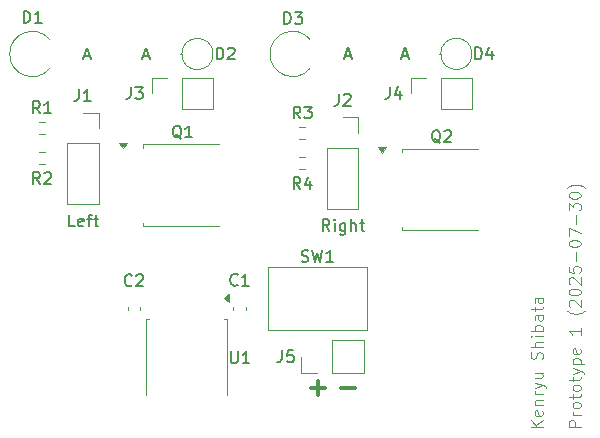
<source format=gbr>
%TF.GenerationSoftware,KiCad,Pcbnew,9.0.2*%
%TF.CreationDate,2025-07-30T16:59:03+09:00*%
%TF.ProjectId,ltr,6c74722e-6b69-4636-9164-5f7063625858,rev?*%
%TF.SameCoordinates,Original*%
%TF.FileFunction,Legend,Top*%
%TF.FilePolarity,Positive*%
%FSLAX46Y46*%
G04 Gerber Fmt 4.6, Leading zero omitted, Abs format (unit mm)*
G04 Created by KiCad (PCBNEW 9.0.2) date 2025-07-30 16:59:03*
%MOMM*%
%LPD*%
G01*
G04 APERTURE LIST*
%ADD10C,0.100000*%
%ADD11C,0.300000*%
%ADD12C,0.150000*%
%ADD13C,0.120000*%
G04 APERTURE END LIST*
D10*
X135677531Y-88771115D02*
X134677531Y-88771115D01*
X135677531Y-88199687D02*
X135106102Y-88628258D01*
X134677531Y-88199687D02*
X135248959Y-88771115D01*
X135629912Y-87390163D02*
X135677531Y-87485401D01*
X135677531Y-87485401D02*
X135677531Y-87675877D01*
X135677531Y-87675877D02*
X135629912Y-87771115D01*
X135629912Y-87771115D02*
X135534673Y-87818734D01*
X135534673Y-87818734D02*
X135153721Y-87818734D01*
X135153721Y-87818734D02*
X135058483Y-87771115D01*
X135058483Y-87771115D02*
X135010864Y-87675877D01*
X135010864Y-87675877D02*
X135010864Y-87485401D01*
X135010864Y-87485401D02*
X135058483Y-87390163D01*
X135058483Y-87390163D02*
X135153721Y-87342544D01*
X135153721Y-87342544D02*
X135248959Y-87342544D01*
X135248959Y-87342544D02*
X135344197Y-87818734D01*
X135010864Y-86913972D02*
X135677531Y-86913972D01*
X135106102Y-86913972D02*
X135058483Y-86866353D01*
X135058483Y-86866353D02*
X135010864Y-86771115D01*
X135010864Y-86771115D02*
X135010864Y-86628258D01*
X135010864Y-86628258D02*
X135058483Y-86533020D01*
X135058483Y-86533020D02*
X135153721Y-86485401D01*
X135153721Y-86485401D02*
X135677531Y-86485401D01*
X135677531Y-86009210D02*
X135010864Y-86009210D01*
X135201340Y-86009210D02*
X135106102Y-85961591D01*
X135106102Y-85961591D02*
X135058483Y-85913972D01*
X135058483Y-85913972D02*
X135010864Y-85818734D01*
X135010864Y-85818734D02*
X135010864Y-85723496D01*
X135010864Y-85485400D02*
X135677531Y-85247305D01*
X135010864Y-85009210D02*
X135677531Y-85247305D01*
X135677531Y-85247305D02*
X135915626Y-85342543D01*
X135915626Y-85342543D02*
X135963245Y-85390162D01*
X135963245Y-85390162D02*
X136010864Y-85485400D01*
X135010864Y-84199686D02*
X135677531Y-84199686D01*
X135010864Y-84628257D02*
X135534673Y-84628257D01*
X135534673Y-84628257D02*
X135629912Y-84580638D01*
X135629912Y-84580638D02*
X135677531Y-84485400D01*
X135677531Y-84485400D02*
X135677531Y-84342543D01*
X135677531Y-84342543D02*
X135629912Y-84247305D01*
X135629912Y-84247305D02*
X135582292Y-84199686D01*
X135629912Y-83009209D02*
X135677531Y-82866352D01*
X135677531Y-82866352D02*
X135677531Y-82628257D01*
X135677531Y-82628257D02*
X135629912Y-82533019D01*
X135629912Y-82533019D02*
X135582292Y-82485400D01*
X135582292Y-82485400D02*
X135487054Y-82437781D01*
X135487054Y-82437781D02*
X135391816Y-82437781D01*
X135391816Y-82437781D02*
X135296578Y-82485400D01*
X135296578Y-82485400D02*
X135248959Y-82533019D01*
X135248959Y-82533019D02*
X135201340Y-82628257D01*
X135201340Y-82628257D02*
X135153721Y-82818733D01*
X135153721Y-82818733D02*
X135106102Y-82913971D01*
X135106102Y-82913971D02*
X135058483Y-82961590D01*
X135058483Y-82961590D02*
X134963245Y-83009209D01*
X134963245Y-83009209D02*
X134868007Y-83009209D01*
X134868007Y-83009209D02*
X134772769Y-82961590D01*
X134772769Y-82961590D02*
X134725150Y-82913971D01*
X134725150Y-82913971D02*
X134677531Y-82818733D01*
X134677531Y-82818733D02*
X134677531Y-82580638D01*
X134677531Y-82580638D02*
X134725150Y-82437781D01*
X135677531Y-82009209D02*
X134677531Y-82009209D01*
X135677531Y-81580638D02*
X135153721Y-81580638D01*
X135153721Y-81580638D02*
X135058483Y-81628257D01*
X135058483Y-81628257D02*
X135010864Y-81723495D01*
X135010864Y-81723495D02*
X135010864Y-81866352D01*
X135010864Y-81866352D02*
X135058483Y-81961590D01*
X135058483Y-81961590D02*
X135106102Y-82009209D01*
X135677531Y-81104447D02*
X135010864Y-81104447D01*
X134677531Y-81104447D02*
X134725150Y-81152066D01*
X134725150Y-81152066D02*
X134772769Y-81104447D01*
X134772769Y-81104447D02*
X134725150Y-81056828D01*
X134725150Y-81056828D02*
X134677531Y-81104447D01*
X134677531Y-81104447D02*
X134772769Y-81104447D01*
X135677531Y-80628257D02*
X134677531Y-80628257D01*
X135058483Y-80628257D02*
X135010864Y-80533019D01*
X135010864Y-80533019D02*
X135010864Y-80342543D01*
X135010864Y-80342543D02*
X135058483Y-80247305D01*
X135058483Y-80247305D02*
X135106102Y-80199686D01*
X135106102Y-80199686D02*
X135201340Y-80152067D01*
X135201340Y-80152067D02*
X135487054Y-80152067D01*
X135487054Y-80152067D02*
X135582292Y-80199686D01*
X135582292Y-80199686D02*
X135629912Y-80247305D01*
X135629912Y-80247305D02*
X135677531Y-80342543D01*
X135677531Y-80342543D02*
X135677531Y-80533019D01*
X135677531Y-80533019D02*
X135629912Y-80628257D01*
X135677531Y-79294924D02*
X135153721Y-79294924D01*
X135153721Y-79294924D02*
X135058483Y-79342543D01*
X135058483Y-79342543D02*
X135010864Y-79437781D01*
X135010864Y-79437781D02*
X135010864Y-79628257D01*
X135010864Y-79628257D02*
X135058483Y-79723495D01*
X135629912Y-79294924D02*
X135677531Y-79390162D01*
X135677531Y-79390162D02*
X135677531Y-79628257D01*
X135677531Y-79628257D02*
X135629912Y-79723495D01*
X135629912Y-79723495D02*
X135534673Y-79771114D01*
X135534673Y-79771114D02*
X135439435Y-79771114D01*
X135439435Y-79771114D02*
X135344197Y-79723495D01*
X135344197Y-79723495D02*
X135296578Y-79628257D01*
X135296578Y-79628257D02*
X135296578Y-79390162D01*
X135296578Y-79390162D02*
X135248959Y-79294924D01*
X135010864Y-78961590D02*
X135010864Y-78580638D01*
X134677531Y-78818733D02*
X135534673Y-78818733D01*
X135534673Y-78818733D02*
X135629912Y-78771114D01*
X135629912Y-78771114D02*
X135677531Y-78675876D01*
X135677531Y-78675876D02*
X135677531Y-78580638D01*
X135677531Y-77818733D02*
X135153721Y-77818733D01*
X135153721Y-77818733D02*
X135058483Y-77866352D01*
X135058483Y-77866352D02*
X135010864Y-77961590D01*
X135010864Y-77961590D02*
X135010864Y-78152066D01*
X135010864Y-78152066D02*
X135058483Y-78247304D01*
X135629912Y-77818733D02*
X135677531Y-77913971D01*
X135677531Y-77913971D02*
X135677531Y-78152066D01*
X135677531Y-78152066D02*
X135629912Y-78247304D01*
X135629912Y-78247304D02*
X135534673Y-78294923D01*
X135534673Y-78294923D02*
X135439435Y-78294923D01*
X135439435Y-78294923D02*
X135344197Y-78247304D01*
X135344197Y-78247304D02*
X135296578Y-78152066D01*
X135296578Y-78152066D02*
X135296578Y-77913971D01*
X135296578Y-77913971D02*
X135248959Y-77818733D01*
X138897419Y-88771115D02*
X137897419Y-88771115D01*
X137897419Y-88771115D02*
X137897419Y-88390163D01*
X137897419Y-88390163D02*
X137945038Y-88294925D01*
X137945038Y-88294925D02*
X137992657Y-88247306D01*
X137992657Y-88247306D02*
X138087895Y-88199687D01*
X138087895Y-88199687D02*
X138230752Y-88199687D01*
X138230752Y-88199687D02*
X138325990Y-88247306D01*
X138325990Y-88247306D02*
X138373609Y-88294925D01*
X138373609Y-88294925D02*
X138421228Y-88390163D01*
X138421228Y-88390163D02*
X138421228Y-88771115D01*
X138897419Y-87771115D02*
X138230752Y-87771115D01*
X138421228Y-87771115D02*
X138325990Y-87723496D01*
X138325990Y-87723496D02*
X138278371Y-87675877D01*
X138278371Y-87675877D02*
X138230752Y-87580639D01*
X138230752Y-87580639D02*
X138230752Y-87485401D01*
X138897419Y-87009210D02*
X138849800Y-87104448D01*
X138849800Y-87104448D02*
X138802180Y-87152067D01*
X138802180Y-87152067D02*
X138706942Y-87199686D01*
X138706942Y-87199686D02*
X138421228Y-87199686D01*
X138421228Y-87199686D02*
X138325990Y-87152067D01*
X138325990Y-87152067D02*
X138278371Y-87104448D01*
X138278371Y-87104448D02*
X138230752Y-87009210D01*
X138230752Y-87009210D02*
X138230752Y-86866353D01*
X138230752Y-86866353D02*
X138278371Y-86771115D01*
X138278371Y-86771115D02*
X138325990Y-86723496D01*
X138325990Y-86723496D02*
X138421228Y-86675877D01*
X138421228Y-86675877D02*
X138706942Y-86675877D01*
X138706942Y-86675877D02*
X138802180Y-86723496D01*
X138802180Y-86723496D02*
X138849800Y-86771115D01*
X138849800Y-86771115D02*
X138897419Y-86866353D01*
X138897419Y-86866353D02*
X138897419Y-87009210D01*
X138230752Y-86390162D02*
X138230752Y-86009210D01*
X137897419Y-86247305D02*
X138754561Y-86247305D01*
X138754561Y-86247305D02*
X138849800Y-86199686D01*
X138849800Y-86199686D02*
X138897419Y-86104448D01*
X138897419Y-86104448D02*
X138897419Y-86009210D01*
X138897419Y-85533019D02*
X138849800Y-85628257D01*
X138849800Y-85628257D02*
X138802180Y-85675876D01*
X138802180Y-85675876D02*
X138706942Y-85723495D01*
X138706942Y-85723495D02*
X138421228Y-85723495D01*
X138421228Y-85723495D02*
X138325990Y-85675876D01*
X138325990Y-85675876D02*
X138278371Y-85628257D01*
X138278371Y-85628257D02*
X138230752Y-85533019D01*
X138230752Y-85533019D02*
X138230752Y-85390162D01*
X138230752Y-85390162D02*
X138278371Y-85294924D01*
X138278371Y-85294924D02*
X138325990Y-85247305D01*
X138325990Y-85247305D02*
X138421228Y-85199686D01*
X138421228Y-85199686D02*
X138706942Y-85199686D01*
X138706942Y-85199686D02*
X138802180Y-85247305D01*
X138802180Y-85247305D02*
X138849800Y-85294924D01*
X138849800Y-85294924D02*
X138897419Y-85390162D01*
X138897419Y-85390162D02*
X138897419Y-85533019D01*
X138230752Y-84913971D02*
X138230752Y-84533019D01*
X137897419Y-84771114D02*
X138754561Y-84771114D01*
X138754561Y-84771114D02*
X138849800Y-84723495D01*
X138849800Y-84723495D02*
X138897419Y-84628257D01*
X138897419Y-84628257D02*
X138897419Y-84533019D01*
X138230752Y-84294923D02*
X138897419Y-84056828D01*
X138230752Y-83818733D02*
X138897419Y-84056828D01*
X138897419Y-84056828D02*
X139135514Y-84152066D01*
X139135514Y-84152066D02*
X139183133Y-84199685D01*
X139183133Y-84199685D02*
X139230752Y-84294923D01*
X138230752Y-83437780D02*
X139230752Y-83437780D01*
X138278371Y-83437780D02*
X138230752Y-83342542D01*
X138230752Y-83342542D02*
X138230752Y-83152066D01*
X138230752Y-83152066D02*
X138278371Y-83056828D01*
X138278371Y-83056828D02*
X138325990Y-83009209D01*
X138325990Y-83009209D02*
X138421228Y-82961590D01*
X138421228Y-82961590D02*
X138706942Y-82961590D01*
X138706942Y-82961590D02*
X138802180Y-83009209D01*
X138802180Y-83009209D02*
X138849800Y-83056828D01*
X138849800Y-83056828D02*
X138897419Y-83152066D01*
X138897419Y-83152066D02*
X138897419Y-83342542D01*
X138897419Y-83342542D02*
X138849800Y-83437780D01*
X138849800Y-82152066D02*
X138897419Y-82247304D01*
X138897419Y-82247304D02*
X138897419Y-82437780D01*
X138897419Y-82437780D02*
X138849800Y-82533018D01*
X138849800Y-82533018D02*
X138754561Y-82580637D01*
X138754561Y-82580637D02*
X138373609Y-82580637D01*
X138373609Y-82580637D02*
X138278371Y-82533018D01*
X138278371Y-82533018D02*
X138230752Y-82437780D01*
X138230752Y-82437780D02*
X138230752Y-82247304D01*
X138230752Y-82247304D02*
X138278371Y-82152066D01*
X138278371Y-82152066D02*
X138373609Y-82104447D01*
X138373609Y-82104447D02*
X138468847Y-82104447D01*
X138468847Y-82104447D02*
X138564085Y-82580637D01*
X138897419Y-80390161D02*
X138897419Y-80961589D01*
X138897419Y-80675875D02*
X137897419Y-80675875D01*
X137897419Y-80675875D02*
X138040276Y-80771113D01*
X138040276Y-80771113D02*
X138135514Y-80866351D01*
X138135514Y-80866351D02*
X138183133Y-80961589D01*
X139278371Y-78913970D02*
X139230752Y-78961589D01*
X139230752Y-78961589D02*
X139087895Y-79056827D01*
X139087895Y-79056827D02*
X138992657Y-79104446D01*
X138992657Y-79104446D02*
X138849800Y-79152065D01*
X138849800Y-79152065D02*
X138611704Y-79199684D01*
X138611704Y-79199684D02*
X138421228Y-79199684D01*
X138421228Y-79199684D02*
X138183133Y-79152065D01*
X138183133Y-79152065D02*
X138040276Y-79104446D01*
X138040276Y-79104446D02*
X137945038Y-79056827D01*
X137945038Y-79056827D02*
X137802180Y-78961589D01*
X137802180Y-78961589D02*
X137754561Y-78913970D01*
X137992657Y-78580636D02*
X137945038Y-78533017D01*
X137945038Y-78533017D02*
X137897419Y-78437779D01*
X137897419Y-78437779D02*
X137897419Y-78199684D01*
X137897419Y-78199684D02*
X137945038Y-78104446D01*
X137945038Y-78104446D02*
X137992657Y-78056827D01*
X137992657Y-78056827D02*
X138087895Y-78009208D01*
X138087895Y-78009208D02*
X138183133Y-78009208D01*
X138183133Y-78009208D02*
X138325990Y-78056827D01*
X138325990Y-78056827D02*
X138897419Y-78628255D01*
X138897419Y-78628255D02*
X138897419Y-78009208D01*
X137897419Y-77390160D02*
X137897419Y-77294922D01*
X137897419Y-77294922D02*
X137945038Y-77199684D01*
X137945038Y-77199684D02*
X137992657Y-77152065D01*
X137992657Y-77152065D02*
X138087895Y-77104446D01*
X138087895Y-77104446D02*
X138278371Y-77056827D01*
X138278371Y-77056827D02*
X138516466Y-77056827D01*
X138516466Y-77056827D02*
X138706942Y-77104446D01*
X138706942Y-77104446D02*
X138802180Y-77152065D01*
X138802180Y-77152065D02*
X138849800Y-77199684D01*
X138849800Y-77199684D02*
X138897419Y-77294922D01*
X138897419Y-77294922D02*
X138897419Y-77390160D01*
X138897419Y-77390160D02*
X138849800Y-77485398D01*
X138849800Y-77485398D02*
X138802180Y-77533017D01*
X138802180Y-77533017D02*
X138706942Y-77580636D01*
X138706942Y-77580636D02*
X138516466Y-77628255D01*
X138516466Y-77628255D02*
X138278371Y-77628255D01*
X138278371Y-77628255D02*
X138087895Y-77580636D01*
X138087895Y-77580636D02*
X137992657Y-77533017D01*
X137992657Y-77533017D02*
X137945038Y-77485398D01*
X137945038Y-77485398D02*
X137897419Y-77390160D01*
X137992657Y-76675874D02*
X137945038Y-76628255D01*
X137945038Y-76628255D02*
X137897419Y-76533017D01*
X137897419Y-76533017D02*
X137897419Y-76294922D01*
X137897419Y-76294922D02*
X137945038Y-76199684D01*
X137945038Y-76199684D02*
X137992657Y-76152065D01*
X137992657Y-76152065D02*
X138087895Y-76104446D01*
X138087895Y-76104446D02*
X138183133Y-76104446D01*
X138183133Y-76104446D02*
X138325990Y-76152065D01*
X138325990Y-76152065D02*
X138897419Y-76723493D01*
X138897419Y-76723493D02*
X138897419Y-76104446D01*
X137897419Y-75199684D02*
X137897419Y-75675874D01*
X137897419Y-75675874D02*
X138373609Y-75723493D01*
X138373609Y-75723493D02*
X138325990Y-75675874D01*
X138325990Y-75675874D02*
X138278371Y-75580636D01*
X138278371Y-75580636D02*
X138278371Y-75342541D01*
X138278371Y-75342541D02*
X138325990Y-75247303D01*
X138325990Y-75247303D02*
X138373609Y-75199684D01*
X138373609Y-75199684D02*
X138468847Y-75152065D01*
X138468847Y-75152065D02*
X138706942Y-75152065D01*
X138706942Y-75152065D02*
X138802180Y-75199684D01*
X138802180Y-75199684D02*
X138849800Y-75247303D01*
X138849800Y-75247303D02*
X138897419Y-75342541D01*
X138897419Y-75342541D02*
X138897419Y-75580636D01*
X138897419Y-75580636D02*
X138849800Y-75675874D01*
X138849800Y-75675874D02*
X138802180Y-75723493D01*
X138516466Y-74723493D02*
X138516466Y-73961589D01*
X137897419Y-73294922D02*
X137897419Y-73199684D01*
X137897419Y-73199684D02*
X137945038Y-73104446D01*
X137945038Y-73104446D02*
X137992657Y-73056827D01*
X137992657Y-73056827D02*
X138087895Y-73009208D01*
X138087895Y-73009208D02*
X138278371Y-72961589D01*
X138278371Y-72961589D02*
X138516466Y-72961589D01*
X138516466Y-72961589D02*
X138706942Y-73009208D01*
X138706942Y-73009208D02*
X138802180Y-73056827D01*
X138802180Y-73056827D02*
X138849800Y-73104446D01*
X138849800Y-73104446D02*
X138897419Y-73199684D01*
X138897419Y-73199684D02*
X138897419Y-73294922D01*
X138897419Y-73294922D02*
X138849800Y-73390160D01*
X138849800Y-73390160D02*
X138802180Y-73437779D01*
X138802180Y-73437779D02*
X138706942Y-73485398D01*
X138706942Y-73485398D02*
X138516466Y-73533017D01*
X138516466Y-73533017D02*
X138278371Y-73533017D01*
X138278371Y-73533017D02*
X138087895Y-73485398D01*
X138087895Y-73485398D02*
X137992657Y-73437779D01*
X137992657Y-73437779D02*
X137945038Y-73390160D01*
X137945038Y-73390160D02*
X137897419Y-73294922D01*
X137897419Y-72628255D02*
X137897419Y-71961589D01*
X137897419Y-71961589D02*
X138897419Y-72390160D01*
X138516466Y-71580636D02*
X138516466Y-70818732D01*
X137897419Y-70437779D02*
X137897419Y-69818732D01*
X137897419Y-69818732D02*
X138278371Y-70152065D01*
X138278371Y-70152065D02*
X138278371Y-70009208D01*
X138278371Y-70009208D02*
X138325990Y-69913970D01*
X138325990Y-69913970D02*
X138373609Y-69866351D01*
X138373609Y-69866351D02*
X138468847Y-69818732D01*
X138468847Y-69818732D02*
X138706942Y-69818732D01*
X138706942Y-69818732D02*
X138802180Y-69866351D01*
X138802180Y-69866351D02*
X138849800Y-69913970D01*
X138849800Y-69913970D02*
X138897419Y-70009208D01*
X138897419Y-70009208D02*
X138897419Y-70294922D01*
X138897419Y-70294922D02*
X138849800Y-70390160D01*
X138849800Y-70390160D02*
X138802180Y-70437779D01*
X137897419Y-69199684D02*
X137897419Y-69104446D01*
X137897419Y-69104446D02*
X137945038Y-69009208D01*
X137945038Y-69009208D02*
X137992657Y-68961589D01*
X137992657Y-68961589D02*
X138087895Y-68913970D01*
X138087895Y-68913970D02*
X138278371Y-68866351D01*
X138278371Y-68866351D02*
X138516466Y-68866351D01*
X138516466Y-68866351D02*
X138706942Y-68913970D01*
X138706942Y-68913970D02*
X138802180Y-68961589D01*
X138802180Y-68961589D02*
X138849800Y-69009208D01*
X138849800Y-69009208D02*
X138897419Y-69104446D01*
X138897419Y-69104446D02*
X138897419Y-69199684D01*
X138897419Y-69199684D02*
X138849800Y-69294922D01*
X138849800Y-69294922D02*
X138802180Y-69342541D01*
X138802180Y-69342541D02*
X138706942Y-69390160D01*
X138706942Y-69390160D02*
X138516466Y-69437779D01*
X138516466Y-69437779D02*
X138278371Y-69437779D01*
X138278371Y-69437779D02*
X138087895Y-69390160D01*
X138087895Y-69390160D02*
X137992657Y-69342541D01*
X137992657Y-69342541D02*
X137945038Y-69294922D01*
X137945038Y-69294922D02*
X137897419Y-69199684D01*
X139278371Y-68533017D02*
X139230752Y-68485398D01*
X139230752Y-68485398D02*
X139087895Y-68390160D01*
X139087895Y-68390160D02*
X138992657Y-68342541D01*
X138992657Y-68342541D02*
X138849800Y-68294922D01*
X138849800Y-68294922D02*
X138611704Y-68247303D01*
X138611704Y-68247303D02*
X138421228Y-68247303D01*
X138421228Y-68247303D02*
X138183133Y-68294922D01*
X138183133Y-68294922D02*
X138040276Y-68342541D01*
X138040276Y-68342541D02*
X137945038Y-68390160D01*
X137945038Y-68390160D02*
X137802180Y-68485398D01*
X137802180Y-68485398D02*
X137754561Y-68533017D01*
D11*
X118649510Y-85479400D02*
X119792368Y-85479400D01*
X116099510Y-85479400D02*
X117242368Y-85479400D01*
X116670939Y-86050828D02*
X116670939Y-84907971D01*
D12*
X129978276Y-57638932D02*
X129978276Y-56638932D01*
X129978276Y-56638932D02*
X130216371Y-56638932D01*
X130216371Y-56638932D02*
X130359228Y-56686551D01*
X130359228Y-56686551D02*
X130454466Y-56781789D01*
X130454466Y-56781789D02*
X130502085Y-56877027D01*
X130502085Y-56877027D02*
X130549704Y-57067503D01*
X130549704Y-57067503D02*
X130549704Y-57210360D01*
X130549704Y-57210360D02*
X130502085Y-57400836D01*
X130502085Y-57400836D02*
X130454466Y-57496074D01*
X130454466Y-57496074D02*
X130359228Y-57591313D01*
X130359228Y-57591313D02*
X130216371Y-57638932D01*
X130216371Y-57638932D02*
X129978276Y-57638932D01*
X131406847Y-56972265D02*
X131406847Y-57638932D01*
X131168752Y-56591313D02*
X130930657Y-57305598D01*
X130930657Y-57305598D02*
X131549704Y-57305598D01*
X123806905Y-57354104D02*
X124283095Y-57354104D01*
X123711667Y-57639819D02*
X124045000Y-56639819D01*
X124045000Y-56639819D02*
X124378333Y-57639819D01*
X113796905Y-54649819D02*
X113796905Y-53649819D01*
X113796905Y-53649819D02*
X114035000Y-53649819D01*
X114035000Y-53649819D02*
X114177857Y-53697438D01*
X114177857Y-53697438D02*
X114273095Y-53792676D01*
X114273095Y-53792676D02*
X114320714Y-53887914D01*
X114320714Y-53887914D02*
X114368333Y-54078390D01*
X114368333Y-54078390D02*
X114368333Y-54221247D01*
X114368333Y-54221247D02*
X114320714Y-54411723D01*
X114320714Y-54411723D02*
X114273095Y-54506961D01*
X114273095Y-54506961D02*
X114177857Y-54602200D01*
X114177857Y-54602200D02*
X114035000Y-54649819D01*
X114035000Y-54649819D02*
X113796905Y-54649819D01*
X114701667Y-53649819D02*
X115320714Y-53649819D01*
X115320714Y-53649819D02*
X114987381Y-54030771D01*
X114987381Y-54030771D02*
X115130238Y-54030771D01*
X115130238Y-54030771D02*
X115225476Y-54078390D01*
X115225476Y-54078390D02*
X115273095Y-54126009D01*
X115273095Y-54126009D02*
X115320714Y-54221247D01*
X115320714Y-54221247D02*
X115320714Y-54459342D01*
X115320714Y-54459342D02*
X115273095Y-54554580D01*
X115273095Y-54554580D02*
X115225476Y-54602200D01*
X115225476Y-54602200D02*
X115130238Y-54649819D01*
X115130238Y-54649819D02*
X114844524Y-54649819D01*
X114844524Y-54649819D02*
X114749286Y-54602200D01*
X114749286Y-54602200D02*
X114701667Y-54554580D01*
X118941905Y-57354104D02*
X119418095Y-57354104D01*
X118846667Y-57639819D02*
X119180000Y-56639819D01*
X119180000Y-56639819D02*
X119513333Y-57639819D01*
X100816666Y-59989819D02*
X100816666Y-60704104D01*
X100816666Y-60704104D02*
X100769047Y-60846961D01*
X100769047Y-60846961D02*
X100673809Y-60942200D01*
X100673809Y-60942200D02*
X100530952Y-60989819D01*
X100530952Y-60989819D02*
X100435714Y-60989819D01*
X101197619Y-59989819D02*
X101816666Y-59989819D01*
X101816666Y-59989819D02*
X101483333Y-60370771D01*
X101483333Y-60370771D02*
X101626190Y-60370771D01*
X101626190Y-60370771D02*
X101721428Y-60418390D01*
X101721428Y-60418390D02*
X101769047Y-60466009D01*
X101769047Y-60466009D02*
X101816666Y-60561247D01*
X101816666Y-60561247D02*
X101816666Y-60799342D01*
X101816666Y-60799342D02*
X101769047Y-60894580D01*
X101769047Y-60894580D02*
X101721428Y-60942200D01*
X101721428Y-60942200D02*
X101626190Y-60989819D01*
X101626190Y-60989819D02*
X101340476Y-60989819D01*
X101340476Y-60989819D02*
X101245238Y-60942200D01*
X101245238Y-60942200D02*
X101197619Y-60894580D01*
X122741666Y-59989819D02*
X122741666Y-60704104D01*
X122741666Y-60704104D02*
X122694047Y-60846961D01*
X122694047Y-60846961D02*
X122598809Y-60942200D01*
X122598809Y-60942200D02*
X122455952Y-60989819D01*
X122455952Y-60989819D02*
X122360714Y-60989819D01*
X123646428Y-60323152D02*
X123646428Y-60989819D01*
X123408333Y-59942200D02*
X123170238Y-60656485D01*
X123170238Y-60656485D02*
X123789285Y-60656485D01*
X115168333Y-62639819D02*
X114835000Y-62163628D01*
X114596905Y-62639819D02*
X114596905Y-61639819D01*
X114596905Y-61639819D02*
X114977857Y-61639819D01*
X114977857Y-61639819D02*
X115073095Y-61687438D01*
X115073095Y-61687438D02*
X115120714Y-61735057D01*
X115120714Y-61735057D02*
X115168333Y-61830295D01*
X115168333Y-61830295D02*
X115168333Y-61973152D01*
X115168333Y-61973152D02*
X115120714Y-62068390D01*
X115120714Y-62068390D02*
X115073095Y-62116009D01*
X115073095Y-62116009D02*
X114977857Y-62163628D01*
X114977857Y-62163628D02*
X114596905Y-62163628D01*
X115501667Y-61639819D02*
X116120714Y-61639819D01*
X116120714Y-61639819D02*
X115787381Y-62020771D01*
X115787381Y-62020771D02*
X115930238Y-62020771D01*
X115930238Y-62020771D02*
X116025476Y-62068390D01*
X116025476Y-62068390D02*
X116073095Y-62116009D01*
X116073095Y-62116009D02*
X116120714Y-62211247D01*
X116120714Y-62211247D02*
X116120714Y-62449342D01*
X116120714Y-62449342D02*
X116073095Y-62544580D01*
X116073095Y-62544580D02*
X116025476Y-62592200D01*
X116025476Y-62592200D02*
X115930238Y-62639819D01*
X115930238Y-62639819D02*
X115644524Y-62639819D01*
X115644524Y-62639819D02*
X115549286Y-62592200D01*
X115549286Y-62592200D02*
X115501667Y-62544580D01*
X91741905Y-54549819D02*
X91741905Y-53549819D01*
X91741905Y-53549819D02*
X91980000Y-53549819D01*
X91980000Y-53549819D02*
X92122857Y-53597438D01*
X92122857Y-53597438D02*
X92218095Y-53692676D01*
X92218095Y-53692676D02*
X92265714Y-53787914D01*
X92265714Y-53787914D02*
X92313333Y-53978390D01*
X92313333Y-53978390D02*
X92313333Y-54121247D01*
X92313333Y-54121247D02*
X92265714Y-54311723D01*
X92265714Y-54311723D02*
X92218095Y-54406961D01*
X92218095Y-54406961D02*
X92122857Y-54502200D01*
X92122857Y-54502200D02*
X91980000Y-54549819D01*
X91980000Y-54549819D02*
X91741905Y-54549819D01*
X93265714Y-54549819D02*
X92694286Y-54549819D01*
X92980000Y-54549819D02*
X92980000Y-53549819D01*
X92980000Y-53549819D02*
X92884762Y-53692676D01*
X92884762Y-53692676D02*
X92789524Y-53787914D01*
X92789524Y-53787914D02*
X92694286Y-53835533D01*
X96901905Y-57364104D02*
X97378095Y-57364104D01*
X96806667Y-57649819D02*
X97140000Y-56649819D01*
X97140000Y-56649819D02*
X97473333Y-57649819D01*
X113616666Y-82279819D02*
X113616666Y-82994104D01*
X113616666Y-82994104D02*
X113569047Y-83136961D01*
X113569047Y-83136961D02*
X113473809Y-83232200D01*
X113473809Y-83232200D02*
X113330952Y-83279819D01*
X113330952Y-83279819D02*
X113235714Y-83279819D01*
X114569047Y-82279819D02*
X114092857Y-82279819D01*
X114092857Y-82279819D02*
X114045238Y-82756009D01*
X114045238Y-82756009D02*
X114092857Y-82708390D01*
X114092857Y-82708390D02*
X114188095Y-82660771D01*
X114188095Y-82660771D02*
X114426190Y-82660771D01*
X114426190Y-82660771D02*
X114521428Y-82708390D01*
X114521428Y-82708390D02*
X114569047Y-82756009D01*
X114569047Y-82756009D02*
X114616666Y-82851247D01*
X114616666Y-82851247D02*
X114616666Y-83089342D01*
X114616666Y-83089342D02*
X114569047Y-83184580D01*
X114569047Y-83184580D02*
X114521428Y-83232200D01*
X114521428Y-83232200D02*
X114426190Y-83279819D01*
X114426190Y-83279819D02*
X114188095Y-83279819D01*
X114188095Y-83279819D02*
X114092857Y-83232200D01*
X114092857Y-83232200D02*
X114045238Y-83184580D01*
X96426666Y-60169819D02*
X96426666Y-60884104D01*
X96426666Y-60884104D02*
X96379047Y-61026961D01*
X96379047Y-61026961D02*
X96283809Y-61122200D01*
X96283809Y-61122200D02*
X96140952Y-61169819D01*
X96140952Y-61169819D02*
X96045714Y-61169819D01*
X97426666Y-61169819D02*
X96855238Y-61169819D01*
X97140952Y-61169819D02*
X97140952Y-60169819D01*
X97140952Y-60169819D02*
X97045714Y-60312676D01*
X97045714Y-60312676D02*
X96950476Y-60407914D01*
X96950476Y-60407914D02*
X96855238Y-60455533D01*
X96069523Y-71789819D02*
X95593333Y-71789819D01*
X95593333Y-71789819D02*
X95593333Y-70789819D01*
X96783809Y-71742200D02*
X96688571Y-71789819D01*
X96688571Y-71789819D02*
X96498095Y-71789819D01*
X96498095Y-71789819D02*
X96402857Y-71742200D01*
X96402857Y-71742200D02*
X96355238Y-71646961D01*
X96355238Y-71646961D02*
X96355238Y-71266009D01*
X96355238Y-71266009D02*
X96402857Y-71170771D01*
X96402857Y-71170771D02*
X96498095Y-71123152D01*
X96498095Y-71123152D02*
X96688571Y-71123152D01*
X96688571Y-71123152D02*
X96783809Y-71170771D01*
X96783809Y-71170771D02*
X96831428Y-71266009D01*
X96831428Y-71266009D02*
X96831428Y-71361247D01*
X96831428Y-71361247D02*
X96355238Y-71456485D01*
X97117143Y-71123152D02*
X97498095Y-71123152D01*
X97260000Y-71789819D02*
X97260000Y-70932676D01*
X97260000Y-70932676D02*
X97307619Y-70837438D01*
X97307619Y-70837438D02*
X97402857Y-70789819D01*
X97402857Y-70789819D02*
X97498095Y-70789819D01*
X97688572Y-71123152D02*
X98069524Y-71123152D01*
X97831429Y-70789819D02*
X97831429Y-71646961D01*
X97831429Y-71646961D02*
X97879048Y-71742200D01*
X97879048Y-71742200D02*
X97974286Y-71789819D01*
X97974286Y-71789819D02*
X98069524Y-71789819D01*
X93118333Y-68209819D02*
X92785000Y-67733628D01*
X92546905Y-68209819D02*
X92546905Y-67209819D01*
X92546905Y-67209819D02*
X92927857Y-67209819D01*
X92927857Y-67209819D02*
X93023095Y-67257438D01*
X93023095Y-67257438D02*
X93070714Y-67305057D01*
X93070714Y-67305057D02*
X93118333Y-67400295D01*
X93118333Y-67400295D02*
X93118333Y-67543152D01*
X93118333Y-67543152D02*
X93070714Y-67638390D01*
X93070714Y-67638390D02*
X93023095Y-67686009D01*
X93023095Y-67686009D02*
X92927857Y-67733628D01*
X92927857Y-67733628D02*
X92546905Y-67733628D01*
X93499286Y-67305057D02*
X93546905Y-67257438D01*
X93546905Y-67257438D02*
X93642143Y-67209819D01*
X93642143Y-67209819D02*
X93880238Y-67209819D01*
X93880238Y-67209819D02*
X93975476Y-67257438D01*
X93975476Y-67257438D02*
X94023095Y-67305057D01*
X94023095Y-67305057D02*
X94070714Y-67400295D01*
X94070714Y-67400295D02*
X94070714Y-67495533D01*
X94070714Y-67495533D02*
X94023095Y-67638390D01*
X94023095Y-67638390D02*
X93451667Y-68209819D01*
X93451667Y-68209819D02*
X94070714Y-68209819D01*
X105104761Y-64355057D02*
X105009523Y-64307438D01*
X105009523Y-64307438D02*
X104914285Y-64212200D01*
X104914285Y-64212200D02*
X104771428Y-64069342D01*
X104771428Y-64069342D02*
X104676190Y-64021723D01*
X104676190Y-64021723D02*
X104580952Y-64021723D01*
X104628571Y-64259819D02*
X104533333Y-64212200D01*
X104533333Y-64212200D02*
X104438095Y-64116961D01*
X104438095Y-64116961D02*
X104390476Y-63926485D01*
X104390476Y-63926485D02*
X104390476Y-63593152D01*
X104390476Y-63593152D02*
X104438095Y-63402676D01*
X104438095Y-63402676D02*
X104533333Y-63307438D01*
X104533333Y-63307438D02*
X104628571Y-63259819D01*
X104628571Y-63259819D02*
X104819047Y-63259819D01*
X104819047Y-63259819D02*
X104914285Y-63307438D01*
X104914285Y-63307438D02*
X105009523Y-63402676D01*
X105009523Y-63402676D02*
X105057142Y-63593152D01*
X105057142Y-63593152D02*
X105057142Y-63926485D01*
X105057142Y-63926485D02*
X105009523Y-64116961D01*
X105009523Y-64116961D02*
X104914285Y-64212200D01*
X104914285Y-64212200D02*
X104819047Y-64259819D01*
X104819047Y-64259819D02*
X104628571Y-64259819D01*
X106009523Y-64259819D02*
X105438095Y-64259819D01*
X105723809Y-64259819D02*
X105723809Y-63259819D01*
X105723809Y-63259819D02*
X105628571Y-63402676D01*
X105628571Y-63402676D02*
X105533333Y-63497914D01*
X105533333Y-63497914D02*
X105438095Y-63545533D01*
X108086905Y-57650504D02*
X108086905Y-56650504D01*
X108086905Y-56650504D02*
X108325000Y-56650504D01*
X108325000Y-56650504D02*
X108467857Y-56698123D01*
X108467857Y-56698123D02*
X108563095Y-56793361D01*
X108563095Y-56793361D02*
X108610714Y-56888599D01*
X108610714Y-56888599D02*
X108658333Y-57079075D01*
X108658333Y-57079075D02*
X108658333Y-57221932D01*
X108658333Y-57221932D02*
X108610714Y-57412408D01*
X108610714Y-57412408D02*
X108563095Y-57507646D01*
X108563095Y-57507646D02*
X108467857Y-57602885D01*
X108467857Y-57602885D02*
X108325000Y-57650504D01*
X108325000Y-57650504D02*
X108086905Y-57650504D01*
X109039286Y-56745742D02*
X109086905Y-56698123D01*
X109086905Y-56698123D02*
X109182143Y-56650504D01*
X109182143Y-56650504D02*
X109420238Y-56650504D01*
X109420238Y-56650504D02*
X109515476Y-56698123D01*
X109515476Y-56698123D02*
X109563095Y-56745742D01*
X109563095Y-56745742D02*
X109610714Y-56840980D01*
X109610714Y-56840980D02*
X109610714Y-56936218D01*
X109610714Y-56936218D02*
X109563095Y-57079075D01*
X109563095Y-57079075D02*
X108991667Y-57650504D01*
X108991667Y-57650504D02*
X109610714Y-57650504D01*
X101881905Y-57364104D02*
X102358095Y-57364104D01*
X101786667Y-57649819D02*
X102120000Y-56649819D01*
X102120000Y-56649819D02*
X102453333Y-57649819D01*
X115276667Y-74742200D02*
X115419524Y-74789819D01*
X115419524Y-74789819D02*
X115657619Y-74789819D01*
X115657619Y-74789819D02*
X115752857Y-74742200D01*
X115752857Y-74742200D02*
X115800476Y-74694580D01*
X115800476Y-74694580D02*
X115848095Y-74599342D01*
X115848095Y-74599342D02*
X115848095Y-74504104D01*
X115848095Y-74504104D02*
X115800476Y-74408866D01*
X115800476Y-74408866D02*
X115752857Y-74361247D01*
X115752857Y-74361247D02*
X115657619Y-74313628D01*
X115657619Y-74313628D02*
X115467143Y-74266009D01*
X115467143Y-74266009D02*
X115371905Y-74218390D01*
X115371905Y-74218390D02*
X115324286Y-74170771D01*
X115324286Y-74170771D02*
X115276667Y-74075533D01*
X115276667Y-74075533D02*
X115276667Y-73980295D01*
X115276667Y-73980295D02*
X115324286Y-73885057D01*
X115324286Y-73885057D02*
X115371905Y-73837438D01*
X115371905Y-73837438D02*
X115467143Y-73789819D01*
X115467143Y-73789819D02*
X115705238Y-73789819D01*
X115705238Y-73789819D02*
X115848095Y-73837438D01*
X116181429Y-73789819D02*
X116419524Y-74789819D01*
X116419524Y-74789819D02*
X116610000Y-74075533D01*
X116610000Y-74075533D02*
X116800476Y-74789819D01*
X116800476Y-74789819D02*
X117038572Y-73789819D01*
X117943333Y-74789819D02*
X117371905Y-74789819D01*
X117657619Y-74789819D02*
X117657619Y-73789819D01*
X117657619Y-73789819D02*
X117562381Y-73932676D01*
X117562381Y-73932676D02*
X117467143Y-74027914D01*
X117467143Y-74027914D02*
X117371905Y-74075533D01*
X109858333Y-76709580D02*
X109810714Y-76757200D01*
X109810714Y-76757200D02*
X109667857Y-76804819D01*
X109667857Y-76804819D02*
X109572619Y-76804819D01*
X109572619Y-76804819D02*
X109429762Y-76757200D01*
X109429762Y-76757200D02*
X109334524Y-76661961D01*
X109334524Y-76661961D02*
X109286905Y-76566723D01*
X109286905Y-76566723D02*
X109239286Y-76376247D01*
X109239286Y-76376247D02*
X109239286Y-76233390D01*
X109239286Y-76233390D02*
X109286905Y-76042914D01*
X109286905Y-76042914D02*
X109334524Y-75947676D01*
X109334524Y-75947676D02*
X109429762Y-75852438D01*
X109429762Y-75852438D02*
X109572619Y-75804819D01*
X109572619Y-75804819D02*
X109667857Y-75804819D01*
X109667857Y-75804819D02*
X109810714Y-75852438D01*
X109810714Y-75852438D02*
X109858333Y-75900057D01*
X110810714Y-76804819D02*
X110239286Y-76804819D01*
X110525000Y-76804819D02*
X110525000Y-75804819D01*
X110525000Y-75804819D02*
X110429762Y-75947676D01*
X110429762Y-75947676D02*
X110334524Y-76042914D01*
X110334524Y-76042914D02*
X110239286Y-76090533D01*
X93118333Y-62204819D02*
X92785000Y-61728628D01*
X92546905Y-62204819D02*
X92546905Y-61204819D01*
X92546905Y-61204819D02*
X92927857Y-61204819D01*
X92927857Y-61204819D02*
X93023095Y-61252438D01*
X93023095Y-61252438D02*
X93070714Y-61300057D01*
X93070714Y-61300057D02*
X93118333Y-61395295D01*
X93118333Y-61395295D02*
X93118333Y-61538152D01*
X93118333Y-61538152D02*
X93070714Y-61633390D01*
X93070714Y-61633390D02*
X93023095Y-61681009D01*
X93023095Y-61681009D02*
X92927857Y-61728628D01*
X92927857Y-61728628D02*
X92546905Y-61728628D01*
X94070714Y-62204819D02*
X93499286Y-62204819D01*
X93785000Y-62204819D02*
X93785000Y-61204819D01*
X93785000Y-61204819D02*
X93689762Y-61347676D01*
X93689762Y-61347676D02*
X93594524Y-61442914D01*
X93594524Y-61442914D02*
X93499286Y-61490533D01*
X100908333Y-76759580D02*
X100860714Y-76807200D01*
X100860714Y-76807200D02*
X100717857Y-76854819D01*
X100717857Y-76854819D02*
X100622619Y-76854819D01*
X100622619Y-76854819D02*
X100479762Y-76807200D01*
X100479762Y-76807200D02*
X100384524Y-76711961D01*
X100384524Y-76711961D02*
X100336905Y-76616723D01*
X100336905Y-76616723D02*
X100289286Y-76426247D01*
X100289286Y-76426247D02*
X100289286Y-76283390D01*
X100289286Y-76283390D02*
X100336905Y-76092914D01*
X100336905Y-76092914D02*
X100384524Y-75997676D01*
X100384524Y-75997676D02*
X100479762Y-75902438D01*
X100479762Y-75902438D02*
X100622619Y-75854819D01*
X100622619Y-75854819D02*
X100717857Y-75854819D01*
X100717857Y-75854819D02*
X100860714Y-75902438D01*
X100860714Y-75902438D02*
X100908333Y-75950057D01*
X101289286Y-75950057D02*
X101336905Y-75902438D01*
X101336905Y-75902438D02*
X101432143Y-75854819D01*
X101432143Y-75854819D02*
X101670238Y-75854819D01*
X101670238Y-75854819D02*
X101765476Y-75902438D01*
X101765476Y-75902438D02*
X101813095Y-75950057D01*
X101813095Y-75950057D02*
X101860714Y-76045295D01*
X101860714Y-76045295D02*
X101860714Y-76140533D01*
X101860714Y-76140533D02*
X101813095Y-76283390D01*
X101813095Y-76283390D02*
X101241667Y-76854819D01*
X101241667Y-76854819D02*
X101860714Y-76854819D01*
X127039761Y-64730057D02*
X126944523Y-64682438D01*
X126944523Y-64682438D02*
X126849285Y-64587200D01*
X126849285Y-64587200D02*
X126706428Y-64444342D01*
X126706428Y-64444342D02*
X126611190Y-64396723D01*
X126611190Y-64396723D02*
X126515952Y-64396723D01*
X126563571Y-64634819D02*
X126468333Y-64587200D01*
X126468333Y-64587200D02*
X126373095Y-64491961D01*
X126373095Y-64491961D02*
X126325476Y-64301485D01*
X126325476Y-64301485D02*
X126325476Y-63968152D01*
X126325476Y-63968152D02*
X126373095Y-63777676D01*
X126373095Y-63777676D02*
X126468333Y-63682438D01*
X126468333Y-63682438D02*
X126563571Y-63634819D01*
X126563571Y-63634819D02*
X126754047Y-63634819D01*
X126754047Y-63634819D02*
X126849285Y-63682438D01*
X126849285Y-63682438D02*
X126944523Y-63777676D01*
X126944523Y-63777676D02*
X126992142Y-63968152D01*
X126992142Y-63968152D02*
X126992142Y-64301485D01*
X126992142Y-64301485D02*
X126944523Y-64491961D01*
X126944523Y-64491961D02*
X126849285Y-64587200D01*
X126849285Y-64587200D02*
X126754047Y-64634819D01*
X126754047Y-64634819D02*
X126563571Y-64634819D01*
X127373095Y-63730057D02*
X127420714Y-63682438D01*
X127420714Y-63682438D02*
X127515952Y-63634819D01*
X127515952Y-63634819D02*
X127754047Y-63634819D01*
X127754047Y-63634819D02*
X127849285Y-63682438D01*
X127849285Y-63682438D02*
X127896904Y-63730057D01*
X127896904Y-63730057D02*
X127944523Y-63825295D01*
X127944523Y-63825295D02*
X127944523Y-63920533D01*
X127944523Y-63920533D02*
X127896904Y-64063390D01*
X127896904Y-64063390D02*
X127325476Y-64634819D01*
X127325476Y-64634819D02*
X127944523Y-64634819D01*
X118426666Y-60554819D02*
X118426666Y-61269104D01*
X118426666Y-61269104D02*
X118379047Y-61411961D01*
X118379047Y-61411961D02*
X118283809Y-61507200D01*
X118283809Y-61507200D02*
X118140952Y-61554819D01*
X118140952Y-61554819D02*
X118045714Y-61554819D01*
X118855238Y-60650057D02*
X118902857Y-60602438D01*
X118902857Y-60602438D02*
X118998095Y-60554819D01*
X118998095Y-60554819D02*
X119236190Y-60554819D01*
X119236190Y-60554819D02*
X119331428Y-60602438D01*
X119331428Y-60602438D02*
X119379047Y-60650057D01*
X119379047Y-60650057D02*
X119426666Y-60745295D01*
X119426666Y-60745295D02*
X119426666Y-60840533D01*
X119426666Y-60840533D02*
X119379047Y-60983390D01*
X119379047Y-60983390D02*
X118807619Y-61554819D01*
X118807619Y-61554819D02*
X119426666Y-61554819D01*
X117640952Y-72174819D02*
X117307619Y-71698628D01*
X117069524Y-72174819D02*
X117069524Y-71174819D01*
X117069524Y-71174819D02*
X117450476Y-71174819D01*
X117450476Y-71174819D02*
X117545714Y-71222438D01*
X117545714Y-71222438D02*
X117593333Y-71270057D01*
X117593333Y-71270057D02*
X117640952Y-71365295D01*
X117640952Y-71365295D02*
X117640952Y-71508152D01*
X117640952Y-71508152D02*
X117593333Y-71603390D01*
X117593333Y-71603390D02*
X117545714Y-71651009D01*
X117545714Y-71651009D02*
X117450476Y-71698628D01*
X117450476Y-71698628D02*
X117069524Y-71698628D01*
X118069524Y-72174819D02*
X118069524Y-71508152D01*
X118069524Y-71174819D02*
X118021905Y-71222438D01*
X118021905Y-71222438D02*
X118069524Y-71270057D01*
X118069524Y-71270057D02*
X118117143Y-71222438D01*
X118117143Y-71222438D02*
X118069524Y-71174819D01*
X118069524Y-71174819D02*
X118069524Y-71270057D01*
X118974285Y-71508152D02*
X118974285Y-72317676D01*
X118974285Y-72317676D02*
X118926666Y-72412914D01*
X118926666Y-72412914D02*
X118879047Y-72460533D01*
X118879047Y-72460533D02*
X118783809Y-72508152D01*
X118783809Y-72508152D02*
X118640952Y-72508152D01*
X118640952Y-72508152D02*
X118545714Y-72460533D01*
X118974285Y-72127200D02*
X118879047Y-72174819D01*
X118879047Y-72174819D02*
X118688571Y-72174819D01*
X118688571Y-72174819D02*
X118593333Y-72127200D01*
X118593333Y-72127200D02*
X118545714Y-72079580D01*
X118545714Y-72079580D02*
X118498095Y-71984342D01*
X118498095Y-71984342D02*
X118498095Y-71698628D01*
X118498095Y-71698628D02*
X118545714Y-71603390D01*
X118545714Y-71603390D02*
X118593333Y-71555771D01*
X118593333Y-71555771D02*
X118688571Y-71508152D01*
X118688571Y-71508152D02*
X118879047Y-71508152D01*
X118879047Y-71508152D02*
X118974285Y-71555771D01*
X119450476Y-72174819D02*
X119450476Y-71174819D01*
X119879047Y-72174819D02*
X119879047Y-71651009D01*
X119879047Y-71651009D02*
X119831428Y-71555771D01*
X119831428Y-71555771D02*
X119736190Y-71508152D01*
X119736190Y-71508152D02*
X119593333Y-71508152D01*
X119593333Y-71508152D02*
X119498095Y-71555771D01*
X119498095Y-71555771D02*
X119450476Y-71603390D01*
X120212381Y-71508152D02*
X120593333Y-71508152D01*
X120355238Y-71174819D02*
X120355238Y-72031961D01*
X120355238Y-72031961D02*
X120402857Y-72127200D01*
X120402857Y-72127200D02*
X120498095Y-72174819D01*
X120498095Y-72174819D02*
X120593333Y-72174819D01*
X115168333Y-68614819D02*
X114835000Y-68138628D01*
X114596905Y-68614819D02*
X114596905Y-67614819D01*
X114596905Y-67614819D02*
X114977857Y-67614819D01*
X114977857Y-67614819D02*
X115073095Y-67662438D01*
X115073095Y-67662438D02*
X115120714Y-67710057D01*
X115120714Y-67710057D02*
X115168333Y-67805295D01*
X115168333Y-67805295D02*
X115168333Y-67948152D01*
X115168333Y-67948152D02*
X115120714Y-68043390D01*
X115120714Y-68043390D02*
X115073095Y-68091009D01*
X115073095Y-68091009D02*
X114977857Y-68138628D01*
X114977857Y-68138628D02*
X114596905Y-68138628D01*
X116025476Y-67948152D02*
X116025476Y-68614819D01*
X115787381Y-67567200D02*
X115549286Y-68281485D01*
X115549286Y-68281485D02*
X116168333Y-68281485D01*
X109288095Y-82369819D02*
X109288095Y-83179342D01*
X109288095Y-83179342D02*
X109335714Y-83274580D01*
X109335714Y-83274580D02*
X109383333Y-83322200D01*
X109383333Y-83322200D02*
X109478571Y-83369819D01*
X109478571Y-83369819D02*
X109669047Y-83369819D01*
X109669047Y-83369819D02*
X109764285Y-83322200D01*
X109764285Y-83322200D02*
X109811904Y-83274580D01*
X109811904Y-83274580D02*
X109859523Y-83179342D01*
X109859523Y-83179342D02*
X109859523Y-82369819D01*
X110859523Y-83369819D02*
X110288095Y-83369819D01*
X110573809Y-83369819D02*
X110573809Y-82369819D01*
X110573809Y-82369819D02*
X110478571Y-82512676D01*
X110478571Y-82512676D02*
X110383333Y-82607914D01*
X110383333Y-82607914D02*
X110288095Y-82655533D01*
D13*
%TO.C,D4*%
X127058629Y-57185000D02*
X126945000Y-57185000D01*
X129711371Y-57185000D02*
G75*
G02*
X127058629Y-57185000I-1326371J0D01*
G01*
X127058629Y-57185000D02*
G75*
G02*
X129711371Y-57185000I1326371J0D01*
G01*
%TO.C,D3*%
X115985879Y-58425000D02*
G75*
G02*
X115985879Y-55945000I-1465879J1240000D01*
G01*
%TO.C,J3*%
X105190000Y-61865000D02*
X107790000Y-61865000D01*
X105190000Y-61865000D02*
X105190000Y-59205000D01*
X107790000Y-61865000D02*
X107790000Y-59205000D01*
X102590000Y-60535000D02*
X102590000Y-59205000D01*
X102590000Y-59205000D02*
X103920000Y-59205000D01*
X105190000Y-59205000D02*
X107790000Y-59205000D01*
%TO.C,J4*%
X129715000Y-61865000D02*
X129715000Y-59205000D01*
X127115000Y-61865000D02*
X129715000Y-61865000D01*
X127115000Y-61865000D02*
X127115000Y-59205000D01*
X127115000Y-59205000D02*
X129715000Y-59205000D01*
X124515000Y-60535000D02*
X124515000Y-59205000D01*
X124515000Y-59205000D02*
X125845000Y-59205000D01*
%TO.C,R3*%
X115097742Y-64382500D02*
X115572258Y-64382500D01*
X115097742Y-63337500D02*
X115572258Y-63337500D01*
%TO.C,D1*%
X93945879Y-58435000D02*
G75*
G02*
X93945879Y-55955000I-1465879J1240000D01*
G01*
%TO.C,J5*%
X115240000Y-84205000D02*
X115240000Y-82825000D01*
X116620000Y-84205000D02*
X115240000Y-84205000D01*
X117890000Y-81445000D02*
X120540000Y-81445000D01*
X117890000Y-84205000D02*
X117890000Y-81445000D01*
X117890000Y-84205000D02*
X120540000Y-84205000D01*
X120540000Y-84205000D02*
X120540000Y-81445000D01*
%TO.C,J1*%
X95430000Y-64755000D02*
X95430000Y-69895000D01*
X95430000Y-64755000D02*
X98090000Y-64755000D01*
X95430000Y-69895000D02*
X98090000Y-69895000D01*
X96760000Y-62155000D02*
X98090000Y-62155000D01*
X98090000Y-62155000D02*
X98090000Y-63485000D01*
X98090000Y-64755000D02*
X98090000Y-69895000D01*
%TO.C,R2*%
X93047742Y-65502500D02*
X93522258Y-65502500D01*
X93047742Y-66547500D02*
X93522258Y-66547500D01*
%TO.C,Q1*%
X101890000Y-64855000D02*
X101890000Y-65125000D01*
X101890000Y-71755000D02*
X101890000Y-71485000D01*
X108310000Y-64855000D02*
X101890000Y-64855000D01*
X108310000Y-71755000D02*
X101890000Y-71755000D01*
X100160000Y-65165000D02*
X99820000Y-64695000D01*
X100500000Y-64695000D01*
X100160000Y-65165000D01*
G36*
X100160000Y-65165000D02*
G01*
X99820000Y-64695000D01*
X100500000Y-64695000D01*
X100160000Y-65165000D01*
G37*
%TO.C,D2*%
X105133629Y-57195000D02*
X105020000Y-57195000D01*
X107786371Y-57195000D02*
G75*
G02*
X105133629Y-57195000I-1326371J0D01*
G01*
X105133629Y-57195000D02*
G75*
G02*
X107786371Y-57195000I1326371J0D01*
G01*
%TO.C,SW1*%
X112435000Y-75225000D02*
X120785000Y-75225000D01*
X120785000Y-80525000D01*
X112435000Y-80525000D01*
X112435000Y-75225000D01*
%TO.C,C1*%
X109510000Y-78591233D02*
X109510000Y-78883767D01*
X110530000Y-78591233D02*
X110530000Y-78883767D01*
%TO.C,R1*%
X93047742Y-62952500D02*
X93522258Y-62952500D01*
X93047742Y-63997500D02*
X93522258Y-63997500D01*
%TO.C,C2*%
X100560000Y-78588733D02*
X100560000Y-78881267D01*
X101580000Y-78588733D02*
X101580000Y-78881267D01*
%TO.C,Q2*%
X123815000Y-65230000D02*
X123815000Y-65500000D01*
X123815000Y-72130000D02*
X123815000Y-71860000D01*
X130235000Y-65230000D02*
X123815000Y-65230000D01*
X130235000Y-72130000D02*
X123815000Y-72130000D01*
X122085000Y-65540000D02*
X121745000Y-65070000D01*
X122425000Y-65070000D01*
X122085000Y-65540000D01*
G36*
X122085000Y-65540000D02*
G01*
X121745000Y-65070000D01*
X122425000Y-65070000D01*
X122085000Y-65540000D01*
G37*
%TO.C,J2*%
X117430000Y-65140000D02*
X117430000Y-70280000D01*
X117430000Y-65140000D02*
X120090000Y-65140000D01*
X117430000Y-70280000D02*
X120090000Y-70280000D01*
X118760000Y-62540000D02*
X120090000Y-62540000D01*
X120090000Y-62540000D02*
X120090000Y-63870000D01*
X120090000Y-65140000D02*
X120090000Y-70280000D01*
%TO.C,R4*%
X115097742Y-65887500D02*
X115572258Y-65887500D01*
X115097742Y-66932500D02*
X115572258Y-66932500D01*
%TO.C,U1*%
X102100000Y-79605000D02*
X102370000Y-79605000D01*
X102100000Y-86025000D02*
X102100000Y-79605000D01*
X109000000Y-79605000D02*
X108730000Y-79605000D01*
X109000000Y-86025000D02*
X109000000Y-79605000D01*
X109160000Y-78215000D02*
X108690000Y-77875000D01*
X109160000Y-77535000D01*
X109160000Y-78215000D01*
G36*
X109160000Y-78215000D02*
G01*
X108690000Y-77875000D01*
X109160000Y-77535000D01*
X109160000Y-78215000D01*
G37*
%TD*%
M02*

</source>
